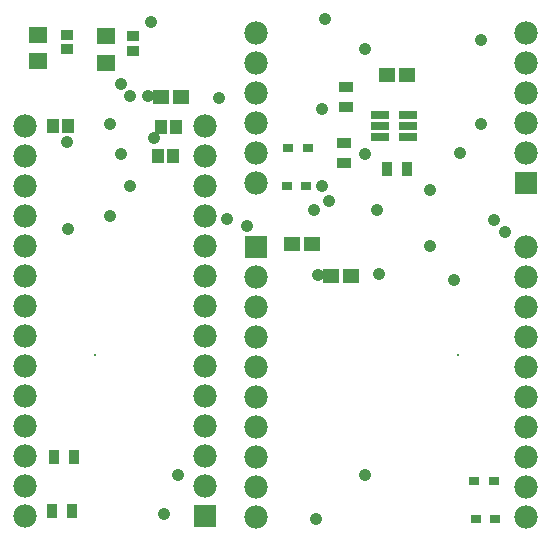
<source format=gts>
G04*
G04 #@! TF.GenerationSoftware,Altium Limited,Altium Designer,21.0.8 (223)*
G04*
G04 Layer_Color=8388736*
%FSLAX24Y24*%
%MOIN*%
G70*
G04*
G04 #@! TF.SameCoordinates,BD5FB969-D095-4558-B3B7-B1EEFE242F9F*
G04*
G04*
G04 #@! TF.FilePolarity,Negative*
G04*
G01*
G75*
%ADD14R,0.0374X0.0276*%
%ADD15R,0.0533X0.0493*%
%ADD16R,0.0592X0.0297*%
%ADD17R,0.0336X0.0493*%
%ADD18R,0.0493X0.0336*%
%ADD19R,0.0395X0.0454*%
%ADD20R,0.0415X0.0356*%
%ADD21R,0.0592X0.0533*%
%ADD22C,0.0080*%
%ADD23R,0.0780X0.0780*%
%ADD24C,0.0780*%
%ADD25C,0.0420*%
D14*
X9425Y12900D02*
D03*
X10075D02*
D03*
X15625Y1800D02*
D03*
X16275D02*
D03*
X15675Y550D02*
D03*
X16325D02*
D03*
X10025Y11650D02*
D03*
X9375D02*
D03*
D15*
X12715Y15350D02*
D03*
X13385D02*
D03*
X10865Y8650D02*
D03*
X11535D02*
D03*
X10235Y9700D02*
D03*
X9565D02*
D03*
X5869Y14600D02*
D03*
X5200D02*
D03*
D16*
X13424Y14017D02*
D03*
Y13643D02*
D03*
Y13269D02*
D03*
X12479D02*
D03*
Y13643D02*
D03*
Y14017D02*
D03*
D17*
X1615Y2600D02*
D03*
X2285D02*
D03*
X1565Y800D02*
D03*
X2235D02*
D03*
X12715Y12200D02*
D03*
X13385D02*
D03*
D18*
X11300Y13085D02*
D03*
Y12415D02*
D03*
X11350Y14265D02*
D03*
Y14935D02*
D03*
D19*
X5101Y12642D02*
D03*
X5593D02*
D03*
X1604Y13650D02*
D03*
X2096D02*
D03*
X5204Y13600D02*
D03*
X5696D02*
D03*
D20*
X2050Y16696D02*
D03*
Y16204D02*
D03*
X4242Y16639D02*
D03*
Y16147D02*
D03*
D21*
X1100Y15807D02*
D03*
Y16693D02*
D03*
X3350Y15757D02*
D03*
Y16643D02*
D03*
D22*
X15100Y6000D02*
D03*
X3000D02*
D03*
D23*
X8350Y9600D02*
D03*
X17350Y11750D02*
D03*
X6650Y650D02*
D03*
D24*
X8350Y8600D02*
D03*
Y7600D02*
D03*
Y6600D02*
D03*
Y5600D02*
D03*
Y4600D02*
D03*
X17350Y9600D02*
D03*
Y8600D02*
D03*
Y7600D02*
D03*
Y6600D02*
D03*
Y5600D02*
D03*
Y4600D02*
D03*
X8350Y3600D02*
D03*
Y2600D02*
D03*
Y1600D02*
D03*
Y600D02*
D03*
X17350Y3600D02*
D03*
Y2600D02*
D03*
Y1600D02*
D03*
Y600D02*
D03*
X8350Y16750D02*
D03*
Y15750D02*
D03*
Y14750D02*
D03*
Y13750D02*
D03*
Y12750D02*
D03*
Y11750D02*
D03*
X17350Y16750D02*
D03*
Y15750D02*
D03*
Y14750D02*
D03*
Y13750D02*
D03*
Y12750D02*
D03*
X650Y13650D02*
D03*
Y12650D02*
D03*
Y11650D02*
D03*
Y10650D02*
D03*
Y9650D02*
D03*
Y8650D02*
D03*
Y7650D02*
D03*
Y6650D02*
D03*
Y5650D02*
D03*
Y4650D02*
D03*
Y3650D02*
D03*
Y2650D02*
D03*
Y1650D02*
D03*
Y650D02*
D03*
X6650Y13650D02*
D03*
Y12650D02*
D03*
Y11650D02*
D03*
Y10650D02*
D03*
Y9650D02*
D03*
Y8650D02*
D03*
Y7650D02*
D03*
Y6650D02*
D03*
Y5650D02*
D03*
Y4650D02*
D03*
Y3650D02*
D03*
Y2650D02*
D03*
Y1650D02*
D03*
D25*
X7120Y14590D02*
D03*
X4950Y13233D02*
D03*
X10431Y8687D02*
D03*
X12400Y10850D02*
D03*
X12450Y8700D02*
D03*
X10800Y11150D02*
D03*
X10350Y550D02*
D03*
X12000Y2000D02*
D03*
X14150Y9650D02*
D03*
Y11500D02*
D03*
X14950Y8500D02*
D03*
X15150Y12750D02*
D03*
X4870Y17110D02*
D03*
X15850Y16500D02*
D03*
Y13700D02*
D03*
X8050Y10300D02*
D03*
X16650Y10100D02*
D03*
X7400Y10550D02*
D03*
X10300Y10840D02*
D03*
X16300Y10500D02*
D03*
X5750Y2000D02*
D03*
X5300Y700D02*
D03*
X4750Y14650D02*
D03*
X2100Y10200D02*
D03*
X2050Y13100D02*
D03*
X12000Y12700D02*
D03*
Y16200D02*
D03*
X10650Y17200D02*
D03*
X10550Y14200D02*
D03*
Y11650D02*
D03*
X3500Y10650D02*
D03*
Y13700D02*
D03*
X4150Y14650D02*
D03*
Y11650D02*
D03*
X3850Y12700D02*
D03*
Y15050D02*
D03*
M02*

</source>
